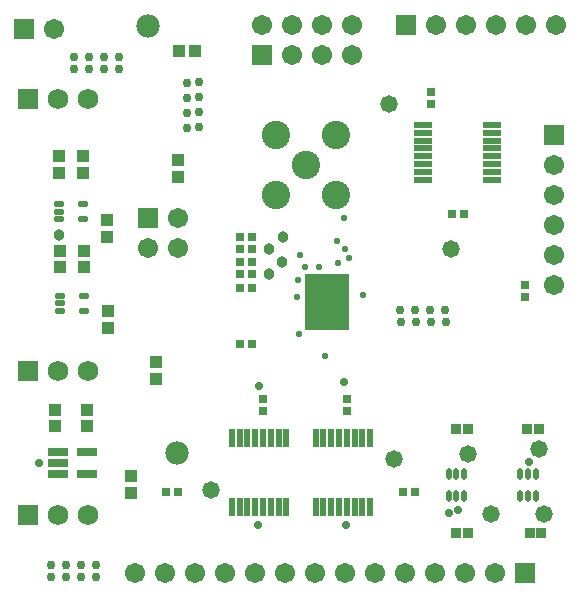
<source format=gts>
G04*
G04 #@! TF.GenerationSoftware,Altium Limited,Altium Designer,18.0.11 (651)*
G04*
G04 Layer_Color=8388736*
%FSLAX25Y25*%
%MOIN*%
G70*
G01*
G75*
%ADD29R,0.15000X0.19000*%
%ADD30R,0.06600X0.03000*%
%ADD31R,0.03635X0.03635*%
%ADD32R,0.02769X0.03162*%
G04:AMPARAMS|DCode=33|XSize=20.55mil|YSize=30.39mil|CornerRadius=4.37mil|HoleSize=0mil|Usage=FLASHONLY|Rotation=90.000|XOffset=0mil|YOffset=0mil|HoleType=Round|Shape=RoundedRectangle|*
%AMROUNDEDRECTD33*
21,1,0.02055,0.02165,0,0,90.0*
21,1,0.01181,0.03039,0,0,90.0*
1,1,0.00874,0.01083,0.00591*
1,1,0.00874,0.01083,-0.00591*
1,1,0.00874,-0.01083,-0.00591*
1,1,0.00874,-0.01083,0.00591*
%
%ADD33ROUNDEDRECTD33*%
%ADD34R,0.04343X0.03950*%
%ADD35R,0.01100X0.03200*%
%ADD36R,0.06300X0.02100*%
%ADD37R,0.02100X0.06300*%
%ADD38R,0.03162X0.02769*%
G04:AMPARAMS|DCode=39|XSize=20.55mil|YSize=38.27mil|CornerRadius=6.34mil|HoleSize=0mil|Usage=FLASHONLY|Rotation=180.000|XOffset=0mil|YOffset=0mil|HoleType=Round|Shape=RoundedRectangle|*
%AMROUNDEDRECTD39*
21,1,0.02055,0.02559,0,0,180.0*
21,1,0.00787,0.03827,0,0,180.0*
1,1,0.01267,-0.00394,0.01280*
1,1,0.01267,0.00394,0.01280*
1,1,0.01267,0.00394,-0.01280*
1,1,0.01267,-0.00394,-0.01280*
%
%ADD39ROUNDEDRECTD39*%
%ADD40R,0.03950X0.04343*%
%ADD41R,0.06706X0.06706*%
%ADD42C,0.06706*%
%ADD43C,0.09461*%
%ADD44R,0.06706X0.06706*%
%ADD45C,0.06902*%
%ADD46R,0.06902X0.06902*%
%ADD47C,0.05800*%
%ADD48C,0.02800*%
%ADD49C,0.02300*%
%ADD50C,0.03000*%
%ADD51C,0.03800*%
%ADD52C,0.07800*%
D29*
X113173Y-101969D02*
D03*
D30*
X23647Y-151812D02*
D03*
Y-155512D02*
D03*
Y-159212D02*
D03*
X33046D02*
D03*
Y-151812D02*
D03*
D31*
X180709Y-178740D02*
D03*
X184646D02*
D03*
X156299D02*
D03*
X160236D02*
D03*
X183858Y-144095D02*
D03*
X179921D02*
D03*
X160236D02*
D03*
X156299D02*
D03*
D32*
X119780Y-134311D02*
D03*
Y-138249D02*
D03*
X91840Y-134301D02*
D03*
Y-138239D02*
D03*
X179040Y-100148D02*
D03*
Y-96211D02*
D03*
X147810Y-35798D02*
D03*
Y-31861D02*
D03*
D33*
X31910Y-69265D02*
D03*
Y-74383D02*
D03*
X23840D02*
D03*
Y-71824D02*
D03*
Y-69265D02*
D03*
X32103Y-99737D02*
D03*
Y-104855D02*
D03*
X24033D02*
D03*
Y-102296D02*
D03*
Y-99737D02*
D03*
D34*
X32206Y-90328D02*
D03*
Y-84816D02*
D03*
X24332Y-90328D02*
D03*
Y-84816D02*
D03*
X22441Y-143307D02*
D03*
Y-137795D02*
D03*
X33071Y-143307D02*
D03*
Y-137795D02*
D03*
X56299Y-127559D02*
D03*
Y-122047D02*
D03*
X40080Y-110406D02*
D03*
Y-104894D02*
D03*
X48000Y-165500D02*
D03*
Y-159988D02*
D03*
X63610Y-54704D02*
D03*
Y-60216D02*
D03*
X31812Y-53320D02*
D03*
Y-58831D02*
D03*
X39686Y-80091D02*
D03*
Y-74579D02*
D03*
X23938Y-58831D02*
D03*
Y-53320D02*
D03*
D35*
X108073Y-109468D02*
D03*
X108673D02*
D03*
X109273D02*
D03*
X109873D02*
D03*
X110473D02*
D03*
X111073D02*
D03*
X111673D02*
D03*
X112273D02*
D03*
X112873D02*
D03*
X113473D02*
D03*
X114073D02*
D03*
X114673D02*
D03*
X115273D02*
D03*
X115873D02*
D03*
X116473D02*
D03*
X117073D02*
D03*
X117673D02*
D03*
X118273D02*
D03*
Y-94468D02*
D03*
X117673D02*
D03*
X117073D02*
D03*
X116473D02*
D03*
X115873D02*
D03*
X115273D02*
D03*
X114673D02*
D03*
X114073D02*
D03*
X113473D02*
D03*
X112873D02*
D03*
X112273D02*
D03*
X111673D02*
D03*
X111073D02*
D03*
X110473D02*
D03*
X109873D02*
D03*
X109273D02*
D03*
X108673D02*
D03*
X108073D02*
D03*
D36*
X145193Y-42869D02*
D03*
Y-45469D02*
D03*
Y-48068D02*
D03*
Y-50669D02*
D03*
Y-53268D02*
D03*
Y-55869D02*
D03*
Y-58469D02*
D03*
Y-61068D02*
D03*
X168193D02*
D03*
Y-58469D02*
D03*
Y-55869D02*
D03*
Y-53268D02*
D03*
Y-50669D02*
D03*
Y-48068D02*
D03*
Y-45469D02*
D03*
Y-42869D02*
D03*
D37*
X99639Y-147161D02*
D03*
X97039D02*
D03*
X94439D02*
D03*
X91839D02*
D03*
X89239D02*
D03*
X86639D02*
D03*
X84039D02*
D03*
X81439D02*
D03*
Y-170161D02*
D03*
X84039D02*
D03*
X86639D02*
D03*
X89239D02*
D03*
X91839D02*
D03*
X94439D02*
D03*
X97039D02*
D03*
X99639D02*
D03*
X127592D02*
D03*
X124992D02*
D03*
X122392D02*
D03*
X119792D02*
D03*
X117192D02*
D03*
X114592D02*
D03*
X111992D02*
D03*
X109392D02*
D03*
Y-147161D02*
D03*
X111992D02*
D03*
X114592D02*
D03*
X117192D02*
D03*
X119792D02*
D03*
X122392D02*
D03*
X124992D02*
D03*
X127592D02*
D03*
D38*
X84211Y-115900D02*
D03*
X88148D02*
D03*
X84251Y-80110D02*
D03*
X88188D02*
D03*
X84211Y-84370D02*
D03*
X88148D02*
D03*
X84272Y-88580D02*
D03*
X88209D02*
D03*
X84232Y-97310D02*
D03*
X88169D02*
D03*
X84211Y-92700D02*
D03*
X88148D02*
D03*
X154882Y-72490D02*
D03*
X158818D02*
D03*
X138662Y-165270D02*
D03*
X142598D02*
D03*
X63408D02*
D03*
X59471D02*
D03*
D39*
X158858Y-159252D02*
D03*
X156299D02*
D03*
X153740D02*
D03*
X158858Y-166535D02*
D03*
X156299D02*
D03*
X153740D02*
D03*
X182677Y-159252D02*
D03*
X180118D02*
D03*
X177559D02*
D03*
X182677Y-166535D02*
D03*
X180118D02*
D03*
X177559D02*
D03*
D40*
X63779Y-18110D02*
D03*
X69291D02*
D03*
D41*
X179055Y-192126D02*
D03*
X139528Y-9449D02*
D03*
X91575Y-19449D02*
D03*
X12126Y-11024D02*
D03*
D42*
X169055Y-192126D02*
D03*
X159055D02*
D03*
X149055D02*
D03*
X139055D02*
D03*
X129055D02*
D03*
X119055D02*
D03*
X109055D02*
D03*
X99055D02*
D03*
X89055D02*
D03*
X79055D02*
D03*
X69055D02*
D03*
X59055D02*
D03*
X49055D02*
D03*
X189528Y-9449D02*
D03*
X179528D02*
D03*
X169528D02*
D03*
X159528D02*
D03*
X149528D02*
D03*
X91575D02*
D03*
X101575Y-19449D02*
D03*
Y-9449D02*
D03*
X111575Y-19449D02*
D03*
Y-9449D02*
D03*
X121575Y-19449D02*
D03*
Y-9449D02*
D03*
X63490Y-84020D02*
D03*
X53490D02*
D03*
X63490Y-74020D02*
D03*
X188740Y-56172D02*
D03*
Y-66172D02*
D03*
Y-76172D02*
D03*
Y-86172D02*
D03*
Y-96172D02*
D03*
X22126Y-11024D02*
D03*
D43*
X96070Y-46340D02*
D03*
X116070D02*
D03*
Y-66340D02*
D03*
X96070D02*
D03*
X106070Y-56340D02*
D03*
D44*
X53490Y-74020D02*
D03*
X188740Y-46172D02*
D03*
D45*
X33465Y-124803D02*
D03*
X23465D02*
D03*
X33465Y-173000D02*
D03*
X23465D02*
D03*
X33465Y-34290D02*
D03*
X23465D02*
D03*
D46*
X13465Y-124803D02*
D03*
Y-173000D02*
D03*
Y-34290D02*
D03*
D47*
X134000Y-36040D02*
D03*
X167990Y-172600D02*
D03*
X183670Y-150780D02*
D03*
X154610Y-84280D02*
D03*
X185530Y-172450D02*
D03*
X74550Y-164570D02*
D03*
X135600Y-154290D02*
D03*
X160280Y-152620D02*
D03*
D48*
X119340Y-176190D02*
D03*
X180600Y-155150D02*
D03*
X118850Y-128590D02*
D03*
X17200Y-155660D02*
D03*
X90520Y-130040D02*
D03*
X90200Y-176110D02*
D03*
X156840Y-171150D02*
D03*
X153740Y-172090D02*
D03*
D49*
X110600Y-90150D02*
D03*
X105990Y-90380D02*
D03*
X104160Y-86150D02*
D03*
X116710Y-88900D02*
D03*
X119080Y-84270D02*
D03*
X120610Y-87230D02*
D03*
X103480Y-94720D02*
D03*
X103920Y-112690D02*
D03*
X103300Y-100290D02*
D03*
X125250Y-99410D02*
D03*
X112630Y-119980D02*
D03*
X118760Y-73820D02*
D03*
X116620Y-81630D02*
D03*
D50*
X36220Y-189570D02*
D03*
X31220D02*
D03*
X26220D02*
D03*
X21220D02*
D03*
X21310Y-193520D02*
D03*
X26310D02*
D03*
X31310D02*
D03*
X36310D02*
D03*
X66640Y-28800D02*
D03*
Y-33800D02*
D03*
Y-38800D02*
D03*
Y-43800D02*
D03*
X70590Y-43710D02*
D03*
Y-38710D02*
D03*
Y-33710D02*
D03*
Y-28710D02*
D03*
X43840Y-20160D02*
D03*
X38840D02*
D03*
X33840D02*
D03*
X28840D02*
D03*
X28930Y-24110D02*
D03*
X33930D02*
D03*
X38930D02*
D03*
X43930D02*
D03*
X152700Y-108610D02*
D03*
X147700D02*
D03*
X142700D02*
D03*
X137700D02*
D03*
X137610Y-104660D02*
D03*
X142610D02*
D03*
X147610D02*
D03*
X152610D02*
D03*
D51*
X93700Y-92630D02*
D03*
X93840Y-84370D02*
D03*
X98360Y-80110D02*
D03*
X98330Y-88600D02*
D03*
X23740Y-79490D02*
D03*
D52*
X53450Y-9830D02*
D03*
X63110Y-152160D02*
D03*
M02*

</source>
